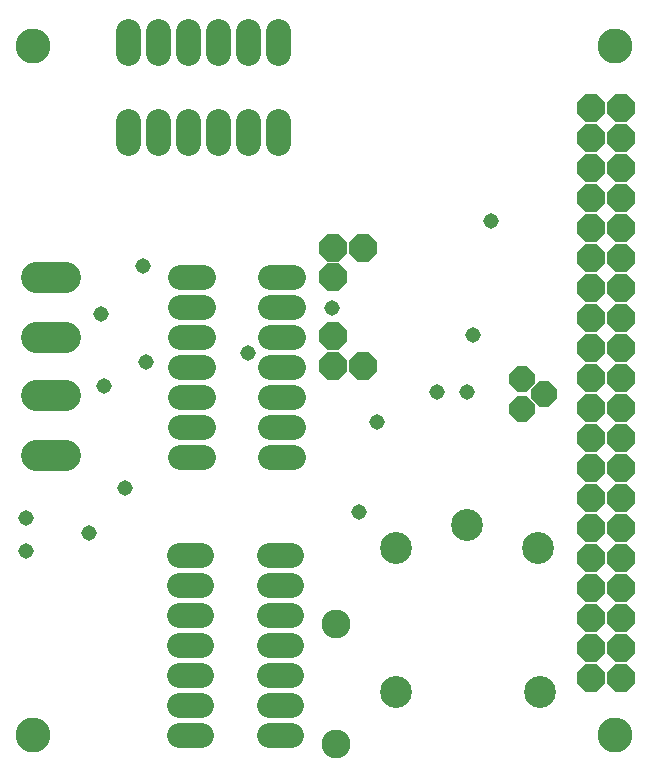
<source format=gbr>
G04 EAGLE Gerber RS-274X export*
G75*
%MOMM*%
%FSLAX34Y34*%
%LPD*%
%INSoldermask Bottom*%
%IPPOS*%
%AMOC8*
5,1,8,0,0,1.08239X$1,22.5*%
G01*
%ADD10C,2.953200*%
%ADD11C,2.438400*%
%ADD12C,2.133600*%
%ADD13P,2.529329X8X292.500000*%
%ADD14P,2.529329X8X22.500000*%
%ADD15P,2.529329X8X112.500000*%
%ADD16P,2.529329X8X202.500000*%
%ADD17C,2.703200*%
%ADD18P,2.309387X8X292.500000*%
%ADD19C,2.641600*%
%ADD20C,1.315200*%


D10*
X526250Y816250D03*
X33750Y816250D03*
X33750Y232500D03*
X526250Y232500D03*
D11*
X290000Y225200D03*
X290000Y326800D03*
D12*
X253552Y468100D02*
X234248Y468100D01*
X234248Y493500D02*
X253552Y493500D01*
X253552Y620500D02*
X234248Y620500D01*
X177352Y620500D02*
X158048Y620500D01*
X234248Y518900D02*
X253552Y518900D01*
X253552Y544300D02*
X234248Y544300D01*
X234248Y595100D02*
X253552Y595100D01*
X253552Y569700D02*
X234248Y569700D01*
X177352Y595100D02*
X158048Y595100D01*
X158048Y569700D02*
X177352Y569700D01*
X177352Y544300D02*
X158048Y544300D01*
X158048Y518900D02*
X177352Y518900D01*
X177352Y493500D02*
X158048Y493500D01*
X158048Y468100D02*
X177352Y468100D01*
X233248Y232500D02*
X252552Y232500D01*
X252552Y257900D02*
X233248Y257900D01*
X233248Y384900D02*
X252552Y384900D01*
X176352Y384900D02*
X157048Y384900D01*
X233248Y283300D02*
X252552Y283300D01*
X252552Y308700D02*
X233248Y308700D01*
X233248Y359500D02*
X252552Y359500D01*
X252552Y334100D02*
X233248Y334100D01*
X176352Y359500D02*
X157048Y359500D01*
X157048Y334100D02*
X176352Y334100D01*
X176352Y308700D02*
X157048Y308700D01*
X157048Y283300D02*
X176352Y283300D01*
X176352Y257900D02*
X157048Y257900D01*
X157048Y232500D02*
X176352Y232500D01*
D13*
X531900Y763800D03*
X531900Y738400D03*
X531900Y713000D03*
X531900Y687600D03*
X531900Y662200D03*
X531900Y636800D03*
X531900Y611400D03*
X531900Y586000D03*
X531900Y560600D03*
X531900Y535200D03*
X531900Y509800D03*
X531900Y484400D03*
X531900Y459000D03*
X531900Y433600D03*
X531900Y408200D03*
X531900Y382800D03*
X531900Y357400D03*
X531900Y332000D03*
X531900Y306600D03*
X506500Y763800D03*
X506500Y738400D03*
X506500Y713000D03*
X506500Y687600D03*
X506500Y662200D03*
X506500Y636800D03*
X506500Y611400D03*
X506500Y586000D03*
X506500Y560600D03*
X506500Y535200D03*
X506500Y509800D03*
X506500Y484400D03*
X506500Y459000D03*
X506500Y433600D03*
X506500Y408200D03*
X506500Y382800D03*
X506500Y357400D03*
X506500Y332000D03*
X506500Y306600D03*
X531900Y281200D03*
X506500Y281200D03*
D14*
X313100Y544890D03*
D15*
X287540Y570290D03*
D16*
X313100Y644980D03*
D17*
X401000Y410900D03*
X341000Y390900D03*
X461000Y390900D03*
X463000Y268900D03*
X341000Y268900D03*
D18*
X447472Y534516D03*
X466522Y521816D03*
X447472Y509116D03*
D12*
X113800Y733768D02*
X113800Y753072D01*
X139200Y753072D02*
X139200Y733768D01*
X240800Y809968D02*
X240800Y829272D01*
X215400Y829272D02*
X215400Y809968D01*
X164600Y753072D02*
X164600Y733768D01*
X190000Y733768D02*
X190000Y753072D01*
X240800Y753072D02*
X240800Y733768D01*
X215400Y733768D02*
X215400Y753072D01*
X190000Y809968D02*
X190000Y829272D01*
X164600Y829272D02*
X164600Y809968D01*
X139200Y809968D02*
X139200Y829272D01*
X113800Y829272D02*
X113800Y809968D01*
D19*
X60452Y470116D02*
X36068Y470116D01*
X36068Y520408D02*
X60452Y520408D01*
X60452Y570192D02*
X36068Y570192D01*
X36068Y620484D02*
X60452Y620484D01*
D14*
X287540Y544890D03*
D15*
X288020Y645540D03*
D14*
X287540Y620580D03*
D20*
X401320Y523240D03*
X421640Y668020D03*
X111760Y441960D03*
X129540Y548640D03*
X309880Y421640D03*
X375920Y523240D03*
X406400Y571500D03*
X215900Y556260D03*
X325120Y497840D03*
X287020Y594360D03*
X91440Y589280D03*
X27940Y388620D03*
X93980Y528320D03*
X27940Y416560D03*
X81280Y403860D03*
X127000Y629920D03*
M02*

</source>
